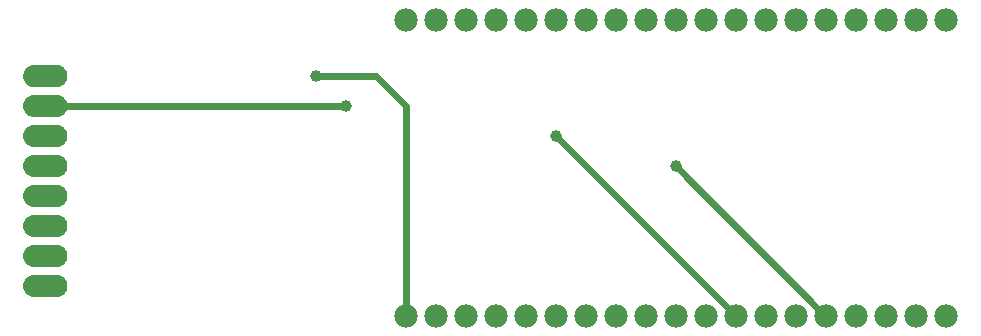
<source format=gbl>
G04 MADE WITH FRITZING*
G04 WWW.FRITZING.ORG*
G04 DOUBLE SIDED*
G04 HOLES PLATED*
G04 CONTOUR ON CENTER OF CONTOUR VECTOR*
%ASAXBY*%
%FSLAX23Y23*%
%MOIN*%
%OFA0B0*%
%SFA1.0B1.0*%
%ADD10C,0.078000*%
%ADD11C,0.074000*%
%ADD12C,0.039370*%
%ADD13C,0.024000*%
%ADD14R,0.001000X0.001000*%
%LNCOPPER0*%
G90*
G70*
G54D10*
X1654Y56D03*
X1754Y56D03*
X1854Y56D03*
X1954Y56D03*
X2054Y56D03*
X2154Y56D03*
X2254Y56D03*
X2354Y56D03*
X2454Y56D03*
X2554Y56D03*
X2654Y56D03*
X2754Y56D03*
X2854Y56D03*
X2954Y56D03*
X3054Y56D03*
X3154Y56D03*
X3254Y56D03*
X3354Y56D03*
X3454Y56D03*
X1654Y1045D03*
X1754Y1045D03*
X1854Y1045D03*
X1954Y1045D03*
X2054Y1045D03*
X2154Y1045D03*
X2254Y1045D03*
X2354Y1045D03*
X2454Y1045D03*
X2554Y1045D03*
X2654Y1045D03*
X2754Y1045D03*
X2854Y1045D03*
X2954Y1045D03*
X3054Y1045D03*
X3154Y1045D03*
X3254Y1045D03*
X3354Y1045D03*
X3454Y1045D03*
G54D11*
X454Y856D03*
X454Y756D03*
X454Y656D03*
X454Y556D03*
X454Y456D03*
X454Y356D03*
X454Y256D03*
X454Y156D03*
G54D12*
X2554Y556D03*
X2154Y656D03*
X1454Y756D03*
X1354Y856D03*
G54D13*
X2754Y56D02*
X2167Y642D01*
D02*
X3032Y77D02*
X2567Y542D01*
D02*
X1435Y756D02*
X854Y756D01*
D02*
X854Y756D02*
X554Y756D01*
D02*
X554Y756D02*
X487Y756D01*
D02*
X1554Y856D02*
X1373Y856D01*
D02*
X1654Y86D02*
X1654Y756D01*
D02*
X1654Y756D02*
X1554Y856D01*
G54D14*
X410Y893D02*
X496Y893D01*
X406Y892D02*
X500Y892D01*
X403Y891D02*
X503Y891D01*
X401Y890D02*
X505Y890D01*
X399Y889D02*
X507Y889D01*
X397Y888D02*
X509Y888D01*
X396Y887D02*
X510Y887D01*
X394Y886D02*
X512Y886D01*
X393Y885D02*
X513Y885D01*
X392Y884D02*
X514Y884D01*
X391Y883D02*
X515Y883D01*
X390Y882D02*
X516Y882D01*
X389Y881D02*
X517Y881D01*
X388Y880D02*
X518Y880D01*
X387Y879D02*
X519Y879D01*
X386Y878D02*
X448Y878D01*
X458Y878D02*
X520Y878D01*
X386Y877D02*
X444Y877D01*
X461Y877D02*
X520Y877D01*
X385Y876D02*
X442Y876D01*
X464Y876D02*
X521Y876D01*
X384Y875D02*
X441Y875D01*
X465Y875D02*
X522Y875D01*
X384Y874D02*
X439Y874D01*
X467Y874D02*
X522Y874D01*
X383Y873D02*
X438Y873D01*
X468Y873D02*
X523Y873D01*
X383Y872D02*
X437Y872D01*
X469Y872D02*
X523Y872D01*
X382Y871D02*
X436Y871D01*
X470Y871D02*
X524Y871D01*
X382Y870D02*
X435Y870D01*
X471Y870D02*
X524Y870D01*
X382Y869D02*
X434Y869D01*
X472Y869D02*
X524Y869D01*
X381Y868D02*
X434Y868D01*
X472Y868D02*
X525Y868D01*
X381Y867D02*
X433Y867D01*
X473Y867D02*
X525Y867D01*
X381Y866D02*
X433Y866D01*
X473Y866D02*
X525Y866D01*
X381Y865D02*
X432Y865D01*
X474Y865D02*
X525Y865D01*
X380Y864D02*
X432Y864D01*
X474Y864D02*
X526Y864D01*
X380Y863D02*
X432Y863D01*
X474Y863D02*
X526Y863D01*
X380Y862D02*
X431Y862D01*
X475Y862D02*
X526Y862D01*
X380Y861D02*
X431Y861D01*
X475Y861D02*
X526Y861D01*
X380Y860D02*
X431Y860D01*
X475Y860D02*
X526Y860D01*
X380Y859D02*
X431Y859D01*
X475Y859D02*
X526Y859D01*
X380Y858D02*
X431Y858D01*
X475Y858D02*
X526Y858D01*
X380Y857D02*
X431Y857D01*
X475Y857D02*
X526Y857D01*
X380Y856D02*
X431Y856D01*
X475Y856D02*
X526Y856D01*
X380Y855D02*
X431Y855D01*
X475Y855D02*
X526Y855D01*
X380Y854D02*
X431Y854D01*
X475Y854D02*
X526Y854D01*
X380Y853D02*
X431Y853D01*
X475Y853D02*
X526Y853D01*
X380Y852D02*
X431Y852D01*
X475Y852D02*
X526Y852D01*
X380Y851D02*
X431Y851D01*
X475Y851D02*
X526Y851D01*
X380Y850D02*
X432Y850D01*
X474Y850D02*
X526Y850D01*
X380Y849D02*
X432Y849D01*
X474Y849D02*
X526Y849D01*
X381Y848D02*
X432Y848D01*
X474Y848D02*
X525Y848D01*
X381Y847D02*
X433Y847D01*
X473Y847D02*
X525Y847D01*
X381Y846D02*
X433Y846D01*
X473Y846D02*
X525Y846D01*
X381Y845D02*
X434Y845D01*
X472Y845D02*
X525Y845D01*
X382Y844D02*
X434Y844D01*
X471Y844D02*
X524Y844D01*
X382Y843D02*
X435Y843D01*
X471Y843D02*
X524Y843D01*
X383Y842D02*
X436Y842D01*
X470Y842D02*
X523Y842D01*
X383Y841D02*
X437Y841D01*
X469Y841D02*
X523Y841D01*
X383Y840D02*
X438Y840D01*
X468Y840D02*
X523Y840D01*
X384Y839D02*
X439Y839D01*
X467Y839D02*
X522Y839D01*
X385Y838D02*
X441Y838D01*
X465Y838D02*
X521Y838D01*
X385Y837D02*
X443Y837D01*
X463Y837D02*
X521Y837D01*
X386Y836D02*
X445Y836D01*
X461Y836D02*
X520Y836D01*
X386Y835D02*
X448Y835D01*
X458Y835D02*
X519Y835D01*
X387Y834D02*
X519Y834D01*
X388Y833D02*
X518Y833D01*
X389Y832D02*
X517Y832D01*
X390Y831D02*
X516Y831D01*
X391Y830D02*
X515Y830D01*
X392Y829D02*
X514Y829D01*
X393Y828D02*
X513Y828D01*
X394Y827D02*
X512Y827D01*
X396Y826D02*
X510Y826D01*
X397Y825D02*
X509Y825D01*
X399Y824D02*
X507Y824D01*
X401Y823D02*
X505Y823D01*
X403Y822D02*
X502Y822D01*
X407Y821D02*
X499Y821D01*
X411Y820D02*
X495Y820D01*
X410Y793D02*
X496Y793D01*
X406Y792D02*
X500Y792D01*
X403Y791D02*
X503Y791D01*
X401Y790D02*
X505Y790D01*
X399Y789D02*
X507Y789D01*
X397Y788D02*
X509Y788D01*
X395Y787D02*
X511Y787D01*
X394Y786D02*
X512Y786D01*
X393Y785D02*
X513Y785D01*
X392Y784D02*
X514Y784D01*
X391Y783D02*
X515Y783D01*
X390Y782D02*
X516Y782D01*
X389Y781D02*
X517Y781D01*
X388Y780D02*
X518Y780D01*
X387Y779D02*
X519Y779D01*
X386Y778D02*
X447Y778D01*
X459Y778D02*
X520Y778D01*
X386Y777D02*
X444Y777D01*
X462Y777D02*
X520Y777D01*
X385Y776D02*
X442Y776D01*
X464Y776D02*
X521Y776D01*
X384Y775D02*
X440Y775D01*
X466Y775D02*
X522Y775D01*
X384Y774D02*
X439Y774D01*
X467Y774D02*
X522Y774D01*
X383Y773D02*
X438Y773D01*
X468Y773D02*
X523Y773D01*
X383Y772D02*
X437Y772D01*
X469Y772D02*
X523Y772D01*
X382Y771D02*
X436Y771D01*
X470Y771D02*
X524Y771D01*
X382Y770D02*
X435Y770D01*
X471Y770D02*
X524Y770D01*
X382Y769D02*
X434Y769D01*
X472Y769D02*
X524Y769D01*
X381Y768D02*
X434Y768D01*
X472Y768D02*
X525Y768D01*
X381Y767D02*
X433Y767D01*
X473Y767D02*
X525Y767D01*
X381Y766D02*
X433Y766D01*
X473Y766D02*
X525Y766D01*
X380Y765D02*
X432Y765D01*
X474Y765D02*
X525Y765D01*
X380Y764D02*
X432Y764D01*
X474Y764D02*
X526Y764D01*
X380Y763D02*
X432Y763D01*
X474Y763D02*
X526Y763D01*
X380Y762D02*
X431Y762D01*
X475Y762D02*
X526Y762D01*
X380Y761D02*
X431Y761D01*
X475Y761D02*
X526Y761D01*
X380Y760D02*
X431Y760D01*
X475Y760D02*
X526Y760D01*
X380Y759D02*
X431Y759D01*
X475Y759D02*
X526Y759D01*
X380Y758D02*
X431Y758D01*
X475Y758D02*
X526Y758D01*
X380Y757D02*
X431Y757D01*
X475Y757D02*
X526Y757D01*
X380Y756D02*
X431Y756D01*
X475Y756D02*
X526Y756D01*
X380Y755D02*
X431Y755D01*
X475Y755D02*
X526Y755D01*
X380Y754D02*
X431Y754D01*
X475Y754D02*
X526Y754D01*
X380Y753D02*
X431Y753D01*
X475Y753D02*
X526Y753D01*
X380Y752D02*
X431Y752D01*
X475Y752D02*
X526Y752D01*
X380Y751D02*
X431Y751D01*
X475Y751D02*
X526Y751D01*
X380Y750D02*
X432Y750D01*
X474Y750D02*
X526Y750D01*
X380Y749D02*
X432Y749D01*
X474Y749D02*
X526Y749D01*
X381Y748D02*
X432Y748D01*
X474Y748D02*
X525Y748D01*
X381Y747D02*
X433Y747D01*
X473Y747D02*
X525Y747D01*
X381Y746D02*
X433Y746D01*
X473Y746D02*
X525Y746D01*
X381Y745D02*
X434Y745D01*
X472Y745D02*
X525Y745D01*
X382Y744D02*
X435Y744D01*
X471Y744D02*
X524Y744D01*
X382Y743D02*
X435Y743D01*
X471Y743D02*
X524Y743D01*
X383Y742D02*
X436Y742D01*
X470Y742D02*
X523Y742D01*
X383Y741D02*
X437Y741D01*
X469Y741D02*
X523Y741D01*
X383Y740D02*
X438Y740D01*
X468Y740D02*
X522Y740D01*
X384Y739D02*
X439Y739D01*
X466Y739D02*
X522Y739D01*
X385Y738D02*
X441Y738D01*
X465Y738D02*
X521Y738D01*
X385Y737D02*
X443Y737D01*
X463Y737D02*
X521Y737D01*
X386Y736D02*
X445Y736D01*
X461Y736D02*
X520Y736D01*
X387Y735D02*
X449Y735D01*
X457Y735D02*
X519Y735D01*
X387Y734D02*
X519Y734D01*
X388Y733D02*
X518Y733D01*
X389Y732D02*
X517Y732D01*
X390Y731D02*
X516Y731D01*
X391Y730D02*
X515Y730D01*
X392Y729D02*
X514Y729D01*
X393Y728D02*
X513Y728D01*
X394Y727D02*
X512Y727D01*
X396Y726D02*
X510Y726D01*
X397Y725D02*
X509Y725D01*
X399Y724D02*
X507Y724D01*
X401Y723D02*
X505Y723D01*
X404Y722D02*
X502Y722D01*
X407Y721D02*
X499Y721D01*
X412Y720D02*
X494Y720D01*
X409Y693D02*
X497Y693D01*
X405Y692D02*
X501Y692D01*
X403Y691D02*
X503Y691D01*
X400Y690D02*
X506Y690D01*
X398Y689D02*
X508Y689D01*
X397Y688D02*
X509Y688D01*
X395Y687D02*
X511Y687D01*
X394Y686D02*
X512Y686D01*
X393Y685D02*
X513Y685D01*
X392Y684D02*
X514Y684D01*
X390Y683D02*
X515Y683D01*
X390Y682D02*
X516Y682D01*
X389Y681D02*
X517Y681D01*
X388Y680D02*
X518Y680D01*
X387Y679D02*
X519Y679D01*
X386Y678D02*
X447Y678D01*
X459Y678D02*
X520Y678D01*
X386Y677D02*
X444Y677D01*
X462Y677D02*
X520Y677D01*
X385Y676D02*
X442Y676D01*
X464Y676D02*
X521Y676D01*
X384Y675D02*
X440Y675D01*
X466Y675D02*
X522Y675D01*
X384Y674D02*
X439Y674D01*
X467Y674D02*
X522Y674D01*
X383Y673D02*
X438Y673D01*
X468Y673D02*
X523Y673D01*
X383Y672D02*
X437Y672D01*
X469Y672D02*
X523Y672D01*
X382Y671D02*
X436Y671D01*
X470Y671D02*
X524Y671D01*
X382Y670D02*
X435Y670D01*
X471Y670D02*
X524Y670D01*
X382Y669D02*
X434Y669D01*
X472Y669D02*
X524Y669D01*
X381Y668D02*
X434Y668D01*
X472Y668D02*
X525Y668D01*
X381Y667D02*
X433Y667D01*
X473Y667D02*
X525Y667D01*
X381Y666D02*
X433Y666D01*
X473Y666D02*
X525Y666D01*
X380Y665D02*
X432Y665D01*
X474Y665D02*
X526Y665D01*
X380Y664D02*
X432Y664D01*
X474Y664D02*
X526Y664D01*
X380Y663D02*
X432Y663D01*
X474Y663D02*
X526Y663D01*
X380Y662D02*
X431Y662D01*
X475Y662D02*
X526Y662D01*
X380Y661D02*
X431Y661D01*
X475Y661D02*
X526Y661D01*
X380Y660D02*
X431Y660D01*
X475Y660D02*
X526Y660D01*
X380Y659D02*
X431Y659D01*
X475Y659D02*
X526Y659D01*
X380Y658D02*
X431Y658D01*
X475Y658D02*
X526Y658D01*
X380Y657D02*
X431Y657D01*
X475Y657D02*
X526Y657D01*
X380Y656D02*
X431Y656D01*
X475Y656D02*
X526Y656D01*
X380Y655D02*
X431Y655D01*
X475Y655D02*
X526Y655D01*
X380Y654D02*
X431Y654D01*
X475Y654D02*
X526Y654D01*
X380Y653D02*
X431Y653D01*
X475Y653D02*
X526Y653D01*
X380Y652D02*
X431Y652D01*
X475Y652D02*
X526Y652D01*
X380Y651D02*
X431Y651D01*
X475Y651D02*
X526Y651D01*
X380Y650D02*
X432Y650D01*
X474Y650D02*
X526Y650D01*
X380Y649D02*
X432Y649D01*
X474Y649D02*
X526Y649D01*
X381Y648D02*
X432Y648D01*
X474Y648D02*
X525Y648D01*
X381Y647D02*
X433Y647D01*
X473Y647D02*
X525Y647D01*
X381Y646D02*
X433Y646D01*
X473Y646D02*
X525Y646D01*
X381Y645D02*
X434Y645D01*
X472Y645D02*
X525Y645D01*
X382Y644D02*
X435Y644D01*
X471Y644D02*
X524Y644D01*
X382Y643D02*
X435Y643D01*
X471Y643D02*
X524Y643D01*
X383Y642D02*
X436Y642D01*
X470Y642D02*
X523Y642D01*
X383Y641D02*
X437Y641D01*
X469Y641D02*
X523Y641D01*
X384Y640D02*
X438Y640D01*
X468Y640D02*
X522Y640D01*
X384Y639D02*
X440Y639D01*
X466Y639D02*
X522Y639D01*
X385Y638D02*
X441Y638D01*
X465Y638D02*
X521Y638D01*
X385Y637D02*
X443Y637D01*
X463Y637D02*
X521Y637D01*
X386Y636D02*
X445Y636D01*
X460Y636D02*
X520Y636D01*
X387Y635D02*
X449Y635D01*
X457Y635D02*
X519Y635D01*
X387Y634D02*
X519Y634D01*
X388Y633D02*
X518Y633D01*
X389Y632D02*
X517Y632D01*
X390Y631D02*
X516Y631D01*
X391Y630D02*
X515Y630D01*
X392Y629D02*
X514Y629D01*
X393Y628D02*
X513Y628D01*
X395Y627D02*
X511Y627D01*
X396Y626D02*
X510Y626D01*
X398Y625D02*
X508Y625D01*
X399Y624D02*
X507Y624D01*
X401Y623D02*
X505Y623D01*
X404Y622D02*
X502Y622D01*
X407Y621D02*
X499Y621D01*
X413Y620D02*
X493Y620D01*
X409Y593D02*
X497Y593D01*
X405Y592D02*
X501Y592D01*
X402Y591D02*
X504Y591D01*
X400Y590D02*
X506Y590D01*
X398Y589D02*
X508Y589D01*
X397Y588D02*
X509Y588D01*
X395Y587D02*
X511Y587D01*
X394Y586D02*
X512Y586D01*
X393Y585D02*
X513Y585D01*
X391Y584D02*
X515Y584D01*
X390Y583D02*
X516Y583D01*
X389Y582D02*
X517Y582D01*
X389Y581D02*
X517Y581D01*
X388Y580D02*
X518Y580D01*
X387Y579D02*
X519Y579D01*
X386Y578D02*
X447Y578D01*
X459Y578D02*
X520Y578D01*
X386Y577D02*
X444Y577D01*
X462Y577D02*
X520Y577D01*
X385Y576D02*
X442Y576D01*
X464Y576D02*
X521Y576D01*
X384Y575D02*
X440Y575D01*
X466Y575D02*
X522Y575D01*
X384Y574D02*
X439Y574D01*
X467Y574D02*
X522Y574D01*
X383Y573D02*
X438Y573D01*
X468Y573D02*
X523Y573D01*
X383Y572D02*
X437Y572D01*
X469Y572D02*
X523Y572D01*
X382Y571D02*
X436Y571D01*
X470Y571D02*
X524Y571D01*
X382Y570D02*
X435Y570D01*
X471Y570D02*
X524Y570D01*
X382Y569D02*
X434Y569D01*
X472Y569D02*
X524Y569D01*
X381Y568D02*
X434Y568D01*
X472Y568D02*
X525Y568D01*
X381Y567D02*
X433Y567D01*
X473Y567D02*
X525Y567D01*
X381Y566D02*
X433Y566D01*
X473Y566D02*
X525Y566D01*
X380Y565D02*
X432Y565D01*
X474Y565D02*
X526Y565D01*
X380Y564D02*
X432Y564D01*
X474Y564D02*
X526Y564D01*
X380Y563D02*
X431Y563D01*
X474Y563D02*
X526Y563D01*
X380Y562D02*
X431Y562D01*
X475Y562D02*
X526Y562D01*
X380Y561D02*
X431Y561D01*
X475Y561D02*
X526Y561D01*
X380Y560D02*
X431Y560D01*
X475Y560D02*
X526Y560D01*
X380Y559D02*
X431Y559D01*
X475Y559D02*
X526Y559D01*
X380Y558D02*
X431Y558D01*
X475Y558D02*
X526Y558D01*
X380Y557D02*
X431Y557D01*
X475Y557D02*
X526Y557D01*
X380Y556D02*
X431Y556D01*
X475Y556D02*
X526Y556D01*
X380Y555D02*
X431Y555D01*
X475Y555D02*
X526Y555D01*
X380Y554D02*
X431Y554D01*
X475Y554D02*
X526Y554D01*
X380Y553D02*
X431Y553D01*
X475Y553D02*
X526Y553D01*
X380Y552D02*
X431Y552D01*
X475Y552D02*
X526Y552D01*
X380Y551D02*
X431Y551D01*
X475Y551D02*
X526Y551D01*
X380Y550D02*
X432Y550D01*
X474Y550D02*
X526Y550D01*
X380Y549D02*
X432Y549D01*
X474Y549D02*
X526Y549D01*
X381Y548D02*
X432Y548D01*
X474Y548D02*
X525Y548D01*
X381Y547D02*
X433Y547D01*
X473Y547D02*
X525Y547D01*
X381Y546D02*
X433Y546D01*
X473Y546D02*
X525Y546D01*
X381Y545D02*
X434Y545D01*
X472Y545D02*
X525Y545D01*
X382Y544D02*
X435Y544D01*
X471Y544D02*
X524Y544D01*
X382Y543D02*
X436Y543D01*
X470Y543D02*
X524Y543D01*
X383Y542D02*
X436Y542D01*
X470Y542D02*
X523Y542D01*
X383Y541D02*
X437Y541D01*
X469Y541D02*
X523Y541D01*
X384Y540D02*
X438Y540D01*
X467Y540D02*
X522Y540D01*
X384Y539D02*
X440Y539D01*
X466Y539D02*
X522Y539D01*
X385Y538D02*
X441Y538D01*
X465Y538D02*
X521Y538D01*
X385Y537D02*
X443Y537D01*
X463Y537D02*
X521Y537D01*
X386Y536D02*
X446Y536D01*
X460Y536D02*
X520Y536D01*
X387Y535D02*
X450Y535D01*
X456Y535D02*
X519Y535D01*
X387Y534D02*
X519Y534D01*
X388Y533D02*
X518Y533D01*
X389Y532D02*
X517Y532D01*
X390Y531D02*
X516Y531D01*
X391Y530D02*
X515Y530D01*
X392Y529D02*
X514Y529D01*
X393Y528D02*
X513Y528D01*
X395Y527D02*
X511Y527D01*
X396Y526D02*
X510Y526D01*
X398Y525D02*
X508Y525D01*
X400Y524D02*
X506Y524D01*
X402Y523D02*
X504Y523D01*
X404Y522D02*
X502Y522D01*
X408Y521D02*
X498Y521D01*
X414Y520D02*
X492Y520D01*
X409Y493D02*
X497Y493D01*
X405Y492D02*
X501Y492D01*
X402Y491D02*
X504Y491D01*
X400Y490D02*
X506Y490D01*
X398Y489D02*
X508Y489D01*
X397Y488D02*
X509Y488D01*
X395Y487D02*
X511Y487D01*
X394Y486D02*
X512Y486D01*
X392Y485D02*
X513Y485D01*
X391Y484D02*
X515Y484D01*
X390Y483D02*
X516Y483D01*
X389Y482D02*
X517Y482D01*
X388Y481D02*
X518Y481D01*
X388Y480D02*
X518Y480D01*
X387Y479D02*
X519Y479D01*
X386Y478D02*
X447Y478D01*
X459Y478D02*
X520Y478D01*
X385Y477D02*
X444Y477D01*
X462Y477D02*
X521Y477D01*
X385Y476D02*
X442Y476D01*
X464Y476D02*
X521Y476D01*
X384Y475D02*
X440Y475D01*
X466Y475D02*
X522Y475D01*
X384Y474D02*
X439Y474D01*
X467Y474D02*
X522Y474D01*
X383Y473D02*
X438Y473D01*
X468Y473D02*
X523Y473D01*
X383Y472D02*
X437Y472D01*
X469Y472D02*
X523Y472D01*
X382Y471D02*
X436Y471D01*
X470Y471D02*
X524Y471D01*
X382Y470D02*
X435Y470D01*
X471Y470D02*
X524Y470D01*
X382Y469D02*
X434Y469D01*
X472Y469D02*
X524Y469D01*
X381Y468D02*
X434Y468D01*
X472Y468D02*
X525Y468D01*
X381Y467D02*
X433Y467D01*
X473Y467D02*
X525Y467D01*
X381Y466D02*
X433Y466D01*
X473Y466D02*
X525Y466D01*
X380Y465D02*
X432Y465D01*
X474Y465D02*
X526Y465D01*
X380Y464D02*
X432Y464D01*
X474Y464D02*
X526Y464D01*
X380Y463D02*
X431Y463D01*
X475Y463D02*
X526Y463D01*
X380Y462D02*
X431Y462D01*
X475Y462D02*
X526Y462D01*
X380Y461D02*
X431Y461D01*
X475Y461D02*
X526Y461D01*
X380Y460D02*
X431Y460D01*
X475Y460D02*
X526Y460D01*
X380Y459D02*
X431Y459D01*
X475Y459D02*
X526Y459D01*
X380Y458D02*
X431Y458D01*
X475Y458D02*
X526Y458D01*
X380Y457D02*
X431Y457D01*
X475Y457D02*
X526Y457D01*
X380Y456D02*
X431Y456D01*
X475Y456D02*
X526Y456D01*
X380Y455D02*
X431Y455D01*
X475Y455D02*
X526Y455D01*
X380Y454D02*
X431Y454D01*
X475Y454D02*
X526Y454D01*
X380Y453D02*
X431Y453D01*
X475Y453D02*
X526Y453D01*
X380Y452D02*
X431Y452D01*
X475Y452D02*
X526Y452D01*
X380Y451D02*
X431Y451D01*
X475Y451D02*
X526Y451D01*
X380Y450D02*
X432Y450D01*
X474Y450D02*
X526Y450D01*
X380Y449D02*
X432Y449D01*
X474Y449D02*
X526Y449D01*
X381Y448D02*
X432Y448D01*
X474Y448D02*
X525Y448D01*
X381Y447D02*
X433Y447D01*
X473Y447D02*
X525Y447D01*
X381Y446D02*
X434Y446D01*
X472Y446D02*
X525Y446D01*
X382Y445D02*
X434Y445D01*
X472Y445D02*
X524Y445D01*
X382Y444D02*
X435Y444D01*
X471Y444D02*
X524Y444D01*
X382Y443D02*
X436Y443D01*
X470Y443D02*
X524Y443D01*
X383Y442D02*
X436Y442D01*
X470Y442D02*
X523Y442D01*
X383Y441D02*
X437Y441D01*
X469Y441D02*
X523Y441D01*
X384Y440D02*
X439Y440D01*
X467Y440D02*
X522Y440D01*
X384Y439D02*
X440Y439D01*
X466Y439D02*
X522Y439D01*
X385Y438D02*
X441Y438D01*
X465Y438D02*
X521Y438D01*
X385Y437D02*
X443Y437D01*
X463Y437D02*
X521Y437D01*
X386Y436D02*
X446Y436D01*
X460Y436D02*
X520Y436D01*
X387Y435D02*
X451Y435D01*
X455Y435D02*
X519Y435D01*
X387Y434D02*
X518Y434D01*
X388Y433D02*
X518Y433D01*
X389Y432D02*
X517Y432D01*
X390Y431D02*
X516Y431D01*
X391Y430D02*
X515Y430D01*
X392Y429D02*
X514Y429D01*
X393Y428D02*
X512Y428D01*
X395Y427D02*
X511Y427D01*
X396Y426D02*
X510Y426D01*
X398Y425D02*
X508Y425D01*
X400Y424D02*
X506Y424D01*
X402Y423D02*
X504Y423D01*
X404Y422D02*
X502Y422D01*
X408Y421D02*
X498Y421D01*
X415Y420D02*
X491Y420D01*
X408Y393D02*
X498Y393D01*
X405Y392D02*
X501Y392D01*
X402Y391D02*
X504Y391D01*
X400Y390D02*
X506Y390D01*
X398Y389D02*
X508Y389D01*
X396Y388D02*
X510Y388D01*
X395Y387D02*
X511Y387D01*
X394Y386D02*
X512Y386D01*
X392Y385D02*
X514Y385D01*
X391Y384D02*
X515Y384D01*
X390Y383D02*
X516Y383D01*
X389Y382D02*
X517Y382D01*
X388Y381D02*
X518Y381D01*
X388Y380D02*
X518Y380D01*
X387Y379D02*
X519Y379D01*
X386Y378D02*
X446Y378D01*
X460Y378D02*
X520Y378D01*
X385Y377D02*
X443Y377D01*
X463Y377D02*
X521Y377D01*
X385Y376D02*
X442Y376D01*
X464Y376D02*
X521Y376D01*
X384Y375D02*
X440Y375D01*
X466Y375D02*
X522Y375D01*
X384Y374D02*
X439Y374D01*
X467Y374D02*
X522Y374D01*
X383Y373D02*
X437Y373D01*
X468Y373D02*
X523Y373D01*
X383Y372D02*
X436Y372D01*
X469Y372D02*
X523Y372D01*
X382Y371D02*
X436Y371D01*
X470Y371D02*
X524Y371D01*
X382Y370D02*
X435Y370D01*
X471Y370D02*
X524Y370D01*
X382Y369D02*
X434Y369D01*
X472Y369D02*
X524Y369D01*
X381Y368D02*
X434Y368D01*
X472Y368D02*
X525Y368D01*
X381Y367D02*
X433Y367D01*
X473Y367D02*
X525Y367D01*
X381Y366D02*
X432Y366D01*
X474Y366D02*
X525Y366D01*
X380Y365D02*
X432Y365D01*
X474Y365D02*
X526Y365D01*
X380Y364D02*
X432Y364D01*
X474Y364D02*
X526Y364D01*
X380Y363D02*
X431Y363D01*
X475Y363D02*
X526Y363D01*
X380Y362D02*
X431Y362D01*
X475Y362D02*
X526Y362D01*
X380Y361D02*
X431Y361D01*
X475Y361D02*
X526Y361D01*
X380Y360D02*
X431Y360D01*
X475Y360D02*
X526Y360D01*
X380Y359D02*
X431Y359D01*
X475Y359D02*
X526Y359D01*
X380Y358D02*
X431Y358D01*
X475Y358D02*
X526Y358D01*
X380Y357D02*
X431Y357D01*
X475Y357D02*
X526Y357D01*
X380Y356D02*
X431Y356D01*
X475Y356D02*
X526Y356D01*
X380Y355D02*
X431Y355D01*
X475Y355D02*
X526Y355D01*
X380Y354D02*
X431Y354D01*
X475Y354D02*
X526Y354D01*
X380Y353D02*
X431Y353D01*
X475Y353D02*
X526Y353D01*
X380Y352D02*
X431Y352D01*
X475Y352D02*
X526Y352D01*
X380Y351D02*
X431Y351D01*
X475Y351D02*
X526Y351D01*
X380Y350D02*
X432Y350D01*
X474Y350D02*
X526Y350D01*
X380Y349D02*
X432Y349D01*
X474Y349D02*
X526Y349D01*
X381Y348D02*
X432Y348D01*
X474Y348D02*
X525Y348D01*
X381Y347D02*
X433Y347D01*
X473Y347D02*
X525Y347D01*
X381Y346D02*
X434Y346D01*
X472Y346D02*
X525Y346D01*
X382Y345D02*
X434Y345D01*
X472Y345D02*
X524Y345D01*
X382Y344D02*
X435Y344D01*
X471Y344D02*
X524Y344D01*
X382Y343D02*
X436Y343D01*
X470Y343D02*
X524Y343D01*
X383Y342D02*
X436Y342D01*
X469Y342D02*
X523Y342D01*
X383Y341D02*
X437Y341D01*
X468Y341D02*
X523Y341D01*
X384Y340D02*
X439Y340D01*
X467Y340D02*
X522Y340D01*
X384Y339D02*
X440Y339D01*
X466Y339D02*
X522Y339D01*
X385Y338D02*
X442Y338D01*
X464Y338D02*
X521Y338D01*
X385Y337D02*
X443Y337D01*
X463Y337D02*
X521Y337D01*
X386Y336D02*
X446Y336D01*
X460Y336D02*
X520Y336D01*
X387Y335D02*
X519Y335D01*
X388Y334D02*
X518Y334D01*
X388Y333D02*
X518Y333D01*
X389Y332D02*
X517Y332D01*
X390Y331D02*
X516Y331D01*
X391Y330D02*
X515Y330D01*
X392Y329D02*
X514Y329D01*
X394Y328D02*
X512Y328D01*
X395Y327D02*
X511Y327D01*
X396Y326D02*
X510Y326D01*
X398Y325D02*
X508Y325D01*
X400Y324D02*
X506Y324D01*
X402Y323D02*
X504Y323D01*
X405Y322D02*
X501Y322D01*
X408Y321D02*
X498Y321D01*
X416Y294D02*
X490Y294D01*
X408Y293D02*
X498Y293D01*
X404Y292D02*
X502Y292D01*
X402Y291D02*
X504Y291D01*
X400Y290D02*
X506Y290D01*
X398Y289D02*
X508Y289D01*
X396Y288D02*
X510Y288D01*
X395Y287D02*
X511Y287D01*
X393Y286D02*
X512Y286D01*
X392Y285D02*
X514Y285D01*
X391Y284D02*
X515Y284D01*
X390Y283D02*
X516Y283D01*
X389Y282D02*
X517Y282D01*
X388Y281D02*
X518Y281D01*
X388Y280D02*
X518Y280D01*
X387Y279D02*
X451Y279D01*
X455Y279D02*
X519Y279D01*
X386Y278D02*
X446Y278D01*
X460Y278D02*
X520Y278D01*
X385Y277D02*
X443Y277D01*
X463Y277D02*
X521Y277D01*
X385Y276D02*
X441Y276D01*
X465Y276D02*
X521Y276D01*
X384Y275D02*
X440Y275D01*
X466Y275D02*
X522Y275D01*
X384Y274D02*
X439Y274D01*
X467Y274D02*
X522Y274D01*
X383Y273D02*
X437Y273D01*
X469Y273D02*
X523Y273D01*
X383Y272D02*
X436Y272D01*
X470Y272D02*
X523Y272D01*
X382Y271D02*
X436Y271D01*
X470Y271D02*
X524Y271D01*
X382Y270D02*
X435Y270D01*
X471Y270D02*
X524Y270D01*
X382Y269D02*
X434Y269D01*
X472Y269D02*
X524Y269D01*
X381Y268D02*
X434Y268D01*
X472Y268D02*
X525Y268D01*
X381Y267D02*
X433Y267D01*
X473Y267D02*
X525Y267D01*
X381Y266D02*
X432Y266D01*
X474Y266D02*
X525Y266D01*
X380Y265D02*
X432Y265D01*
X474Y265D02*
X526Y265D01*
X380Y264D02*
X432Y264D01*
X474Y264D02*
X526Y264D01*
X380Y263D02*
X431Y263D01*
X475Y263D02*
X526Y263D01*
X380Y262D02*
X431Y262D01*
X475Y262D02*
X526Y262D01*
X380Y261D02*
X431Y261D01*
X475Y261D02*
X526Y261D01*
X380Y260D02*
X431Y260D01*
X475Y260D02*
X526Y260D01*
X380Y259D02*
X431Y259D01*
X475Y259D02*
X526Y259D01*
X380Y258D02*
X431Y258D01*
X475Y258D02*
X526Y258D01*
X380Y257D02*
X431Y257D01*
X475Y257D02*
X526Y257D01*
X380Y256D02*
X431Y256D01*
X475Y256D02*
X526Y256D01*
X380Y255D02*
X431Y255D01*
X475Y255D02*
X526Y255D01*
X380Y254D02*
X431Y254D01*
X475Y254D02*
X526Y254D01*
X380Y253D02*
X431Y253D01*
X475Y253D02*
X526Y253D01*
X380Y252D02*
X431Y252D01*
X475Y252D02*
X526Y252D01*
X380Y251D02*
X431Y251D01*
X475Y251D02*
X526Y251D01*
X380Y250D02*
X432Y250D01*
X474Y250D02*
X526Y250D01*
X380Y249D02*
X432Y249D01*
X474Y249D02*
X526Y249D01*
X381Y248D02*
X433Y248D01*
X473Y248D02*
X525Y248D01*
X381Y247D02*
X433Y247D01*
X473Y247D02*
X525Y247D01*
X381Y246D02*
X434Y246D01*
X472Y246D02*
X525Y246D01*
X382Y245D02*
X434Y245D01*
X472Y245D02*
X524Y245D01*
X382Y244D02*
X435Y244D01*
X471Y244D02*
X524Y244D01*
X382Y243D02*
X436Y243D01*
X470Y243D02*
X524Y243D01*
X383Y242D02*
X437Y242D01*
X469Y242D02*
X523Y242D01*
X383Y241D02*
X438Y241D01*
X468Y241D02*
X523Y241D01*
X384Y240D02*
X439Y240D01*
X467Y240D02*
X522Y240D01*
X384Y239D02*
X440Y239D01*
X466Y239D02*
X522Y239D01*
X385Y238D02*
X442Y238D01*
X464Y238D02*
X521Y238D01*
X385Y237D02*
X444Y237D01*
X462Y237D02*
X521Y237D01*
X386Y236D02*
X447Y236D01*
X459Y236D02*
X520Y236D01*
X387Y235D02*
X519Y235D01*
X388Y234D02*
X518Y234D01*
X388Y233D02*
X518Y233D01*
X389Y232D02*
X517Y232D01*
X390Y231D02*
X516Y231D01*
X391Y230D02*
X515Y230D01*
X392Y229D02*
X513Y229D01*
X394Y228D02*
X512Y228D01*
X395Y227D02*
X511Y227D01*
X397Y226D02*
X509Y226D01*
X398Y225D02*
X508Y225D01*
X400Y224D02*
X506Y224D01*
X402Y223D02*
X504Y223D01*
X405Y222D02*
X501Y222D01*
X409Y221D02*
X497Y221D01*
X414Y194D02*
X492Y194D01*
X408Y193D02*
X498Y193D01*
X404Y192D02*
X502Y192D01*
X402Y191D02*
X504Y191D01*
X400Y190D02*
X506Y190D01*
X398Y189D02*
X508Y189D01*
X396Y188D02*
X510Y188D01*
X395Y187D02*
X511Y187D01*
X393Y186D02*
X513Y186D01*
X392Y185D02*
X514Y185D01*
X391Y184D02*
X515Y184D01*
X390Y183D02*
X516Y183D01*
X389Y182D02*
X517Y182D01*
X388Y181D02*
X518Y181D01*
X387Y180D02*
X519Y180D01*
X387Y179D02*
X450Y179D01*
X456Y179D02*
X519Y179D01*
X386Y178D02*
X446Y178D01*
X460Y178D02*
X520Y178D01*
X385Y177D02*
X443Y177D01*
X463Y177D02*
X521Y177D01*
X385Y176D02*
X441Y176D01*
X465Y176D02*
X521Y176D01*
X384Y175D02*
X440Y175D01*
X466Y175D02*
X522Y175D01*
X384Y174D02*
X439Y174D01*
X467Y174D02*
X522Y174D01*
X383Y173D02*
X437Y173D01*
X469Y173D02*
X523Y173D01*
X383Y172D02*
X436Y172D01*
X470Y172D02*
X523Y172D01*
X382Y171D02*
X436Y171D01*
X470Y171D02*
X524Y171D01*
X382Y170D02*
X435Y170D01*
X471Y170D02*
X524Y170D01*
X381Y169D02*
X434Y169D01*
X472Y169D02*
X525Y169D01*
X381Y168D02*
X433Y168D01*
X473Y168D02*
X525Y168D01*
X381Y167D02*
X433Y167D01*
X473Y167D02*
X525Y167D01*
X381Y166D02*
X432Y166D01*
X474Y166D02*
X525Y166D01*
X380Y165D02*
X432Y165D01*
X474Y165D02*
X526Y165D01*
X380Y164D02*
X432Y164D01*
X474Y164D02*
X526Y164D01*
X380Y163D02*
X431Y163D01*
X475Y163D02*
X526Y163D01*
X380Y162D02*
X431Y162D01*
X475Y162D02*
X526Y162D01*
X380Y161D02*
X431Y161D01*
X475Y161D02*
X526Y161D01*
X380Y160D02*
X431Y160D01*
X475Y160D02*
X526Y160D01*
X380Y159D02*
X431Y159D01*
X475Y159D02*
X526Y159D01*
X380Y158D02*
X431Y158D01*
X475Y158D02*
X526Y158D01*
X380Y157D02*
X431Y157D01*
X475Y157D02*
X526Y157D01*
X380Y156D02*
X431Y156D01*
X475Y156D02*
X526Y156D01*
X380Y155D02*
X431Y155D01*
X475Y155D02*
X526Y155D01*
X380Y154D02*
X431Y154D01*
X475Y154D02*
X526Y154D01*
X380Y153D02*
X431Y153D01*
X475Y153D02*
X526Y153D01*
X380Y152D02*
X431Y152D01*
X475Y152D02*
X526Y152D01*
X380Y151D02*
X431Y151D01*
X474Y151D02*
X526Y151D01*
X380Y150D02*
X432Y150D01*
X474Y150D02*
X526Y150D01*
X380Y149D02*
X432Y149D01*
X474Y149D02*
X526Y149D01*
X381Y148D02*
X433Y148D01*
X473Y148D02*
X525Y148D01*
X381Y147D02*
X433Y147D01*
X473Y147D02*
X525Y147D01*
X381Y146D02*
X434Y146D01*
X472Y146D02*
X525Y146D01*
X382Y145D02*
X434Y145D01*
X472Y145D02*
X524Y145D01*
X382Y144D02*
X435Y144D01*
X471Y144D02*
X524Y144D01*
X382Y143D02*
X436Y143D01*
X470Y143D02*
X524Y143D01*
X383Y142D02*
X437Y142D01*
X469Y142D02*
X523Y142D01*
X383Y141D02*
X438Y141D01*
X468Y141D02*
X523Y141D01*
X384Y140D02*
X439Y140D01*
X467Y140D02*
X522Y140D01*
X384Y139D02*
X440Y139D01*
X466Y139D02*
X522Y139D01*
X385Y138D02*
X442Y138D01*
X464Y138D02*
X521Y138D01*
X386Y137D02*
X444Y137D01*
X462Y137D02*
X520Y137D01*
X386Y136D02*
X447Y136D01*
X459Y136D02*
X520Y136D01*
X387Y135D02*
X519Y135D01*
X388Y134D02*
X518Y134D01*
X389Y133D02*
X517Y133D01*
X389Y132D02*
X517Y132D01*
X390Y131D02*
X516Y131D01*
X391Y130D02*
X515Y130D01*
X393Y129D02*
X513Y129D01*
X394Y128D02*
X512Y128D01*
X395Y127D02*
X511Y127D01*
X397Y126D02*
X509Y126D01*
X398Y125D02*
X508Y125D01*
X400Y124D02*
X506Y124D01*
X402Y123D02*
X504Y123D01*
X405Y122D02*
X501Y122D01*
X409Y121D02*
X497Y121D01*
D02*
G04 End of Copper0*
M02*
</source>
